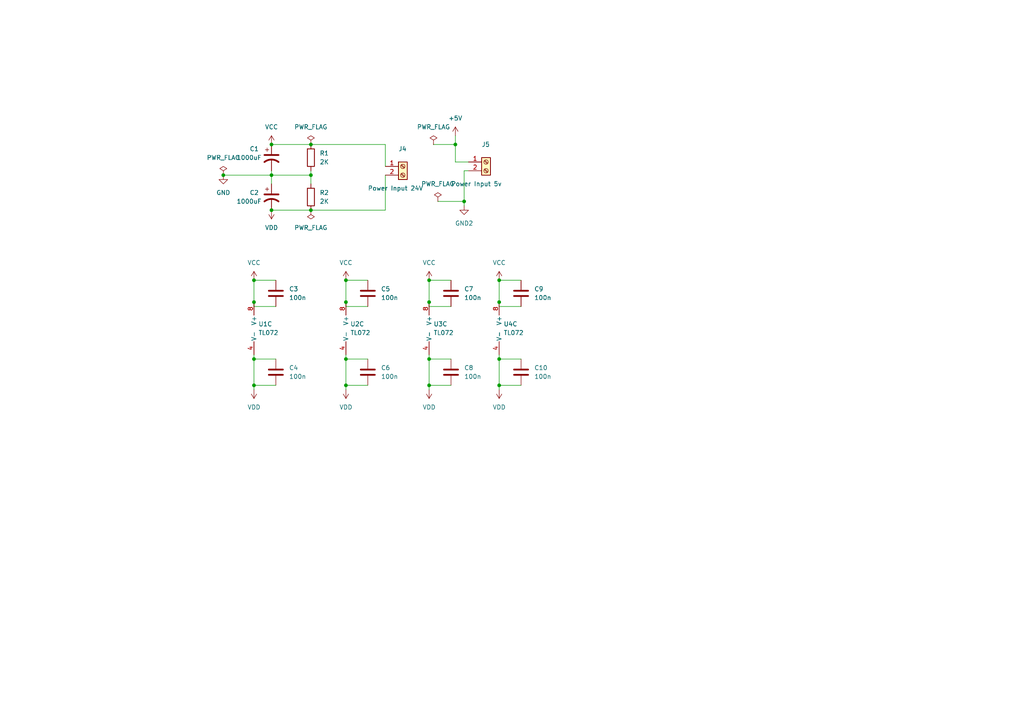
<source format=kicad_sch>
(kicad_sch (version 20211123) (generator eeschema)
  (paper "A4")
  (lib_symbols
    (symbol "Amplifier_Operational:TL072" (pin_names (offset 0.127))
      (property "Reference" "U" (at 0 5.08 0))
      (property "Value" "TL072" (at 0 -5.08 0))
      (symbol "TL072_1_1"
        (polyline (pts (xy -5.08 5.08) (xy 5.08 0) (xy -5.08 -5.08) (xy -5.08 5.08)) (stroke (width 0.254)) (fill (type background)))
        (pin output line (at 7.62 0 180) (length 2.54) (name "~") (number "1"))
        (pin input line (at -7.62 -2.54 0) (length 2.54) (name "-") (number "2"))
        (pin input line (at -7.62 2.54 0) (length 2.54) (name "+") (number "3"))
      )
      (symbol "TL072_2_1"
        (polyline (pts (xy -5.08 5.08) (xy 5.08 0) (xy -5.08 -5.08) (xy -5.08 5.08)) (stroke (width 0.254)) (fill (type background)))
        (pin input line (at -7.62 2.54 0) (length 2.54) (name "+") (number "5"))
        (pin input line (at -7.62 -2.54 0) (length 2.54) (name "-") (number "6"))
        (pin output line (at 7.62 0 180) (length 2.54) (name "~") (number "7"))
      )
      (symbol "TL072_3_1"
        (pin power_in line (at -2.54 -7.62 90) (length 3.81) (name "V-") (number "4"))
        (pin power_in line (at -2.54 7.62 270) (length 3.81) (name "V+") (number "8"))
      )
    )
    (symbol "Connector:Screw_Terminal_01x02" (pin_names (offset 1.016) hide)
      (property "Reference" "J" (at 0 2.54 0))
      (property "Value" "Screw_Terminal_01x02" (at 0 -5.08 0))
      (symbol "Screw_Terminal_01x02_1_1"
        (rectangle (start -1.27 1.27) (end 1.27 -3.81) (stroke (width 0.254)) (fill (type background)))
        (circle (center 0 -2.54) (radius 0.635) (stroke (width 0.1524)))
        (polyline (pts (xy -0.5334 -2.2098) (xy 0.3302 -3.048)) (stroke (width 0.1524)))
        (polyline (pts (xy -0.5334 0.3302) (xy 0.3302 -0.508)) (stroke (width 0.1524)))
        (polyline (pts (xy -0.3556 -2.032) (xy 0.508 -2.8702)) (stroke (width 0.1524)))
        (polyline (pts (xy -0.3556 0.508) (xy 0.508 -0.3302)) (stroke (width 0.1524)))
        (circle (center 0 0) (radius 0.635) (stroke (width 0.1524)))
        (pin passive line (at -5.08 0 0) (length 3.81) (name "Pin_1") (number "1"))
        (pin passive line (at -5.08 -2.54 0) (length 3.81) (name "Pin_2") (number "2"))
      )
    )
    (symbol "Device:C" (pin_numbers hide) (pin_names (offset 0.254))
      (property "Reference" "C" (at 0.635 2.54 0))
      (property "Value" "C" (at 0.635 -2.54 0))
      (symbol "C_0_1"
        (polyline (pts (xy -2.032 -0.762) (xy 2.032 -0.762)) (stroke (width 0.508)))
        (polyline (pts (xy -2.032 0.762) (xy 2.032 0.762)) (stroke (width 0.508)))
      )
      (symbol "C_1_1"
        (pin passive line (at 0 3.81 270) (length 2.794) (name "~") (number "1"))
        (pin passive line (at 0 -3.81 90) (length 2.794) (name "~") (number "2"))
      )
    )
    (symbol "Device:C_Polarized_US" (pin_numbers hide) (pin_names (offset 0.254) hide)
      (property "Reference" "C" (at 0.635 2.54 0))
      (property "Value" "C_Polarized_US" (at 0.635 -2.54 0))
      (symbol "C_Polarized_US_0_1"
        (polyline (pts (xy -2.032 0.762) (xy 2.032 0.762)) (stroke (width 0.508)))
        (polyline (pts (xy -1.778 2.286) (xy -0.762 2.286)))
        (polyline (pts (xy -1.27 1.778) (xy -1.27 2.794)))
        (arc (start 2.032 -1.27) (mid 0 -0.5572) (end -2.032 -1.27) (stroke (width 0.508)))
      )
      (symbol "C_Polarized_US_1_1"
        (pin passive line (at 0 3.81 270) (length 2.794) (name "~") (number "1"))
        (pin passive line (at 0 -3.81 90) (length 3.302) (name "~") (number "2"))
      )
    )
    (symbol "Device:R" (pin_numbers hide) (pin_names (offset 0))
      (property "Reference" "R" (at 2.032 0 90))
      (property "Value" "R" (at 0 0 90))
      (symbol "R_0_1"
        (rectangle (start -1.016 -2.54) (end 1.016 2.54) (stroke (width 0.254)))
      )
      (symbol "R_1_1"
        (pin passive line (at 0 3.81 270) (length 1.27) (name "~") (number "1"))
        (pin passive line (at 0 -3.81 90) (length 1.27) (name "~") (number "2"))
      )
    )
    (symbol "power:+5V" (power) (pin_names (offset 0))
      (property "Value" "+5V" (at 0 3.556 0))
      (symbol "+5V_0_1"
        (polyline (pts (xy -0.762 1.27) (xy 0 2.54)))
        (polyline (pts (xy 0 0) (xy 0 2.54)))
        (polyline (pts (xy 0 2.54) (xy 0.762 1.27)))
      )
      (symbol "+5V_1_1"
        (pin power_in line (at 0 0 90) (length 0) hide (name "+5V") (number "1"))
      )
    )
    (symbol "power:GND" (power) (pin_names (offset 0))
      (property "Value" "GND" (at 0 -3.81 0))
      (symbol "GND_0_1"
        (polyline (pts (xy 0 0) (xy 0 -1.27) (xy 1.27 -1.27) (xy 0 -2.54) (xy -1.27 -1.27) (xy 0 -1.27)))
      )
      (symbol "GND_1_1"
        (pin power_in line (at 0 0 270) (length 0) hide (name "GND") (number "1"))
      )
    )
    (symbol "power:GND2" (power) (pin_names (offset 0))
      (property "Value" "GND2" (at 0 -3.81 0))
      (symbol "GND2_0_1"
        (polyline (pts (xy 0 0) (xy 0 -1.27) (xy 1.27 -1.27) (xy 0 -2.54) (xy -1.27 -1.27) (xy 0 -1.27)))
      )
      (symbol "GND2_1_1"
        (pin power_in line (at 0 0 270) (length 0) hide (name "GND2") (number "1"))
      )
    )
    (symbol "power:PWR_FLAG" (power) (pin_numbers hide) (pin_names (offset 0) hide)
      (property "Value" "PWR_FLAG" (at 0 3.81 0))
      (symbol "PWR_FLAG_0_0"
        (pin power_out line (at 0 0 90) (length 0) (name "pwr") (number "1"))
      )
      (symbol "PWR_FLAG_0_1"
        (polyline (pts (xy 0 0) (xy 0 1.27) (xy -1.016 1.905) (xy 0 2.54) (xy 1.016 1.905) (xy 0 1.27)))
      )
    )
    (symbol "power:VCC" (power) (pin_names (offset 0))
      (property "Value" "VCC" (at 0 3.81 0))
      (symbol "VCC_0_1"
        (polyline (pts (xy -0.762 1.27) (xy 0 2.54)))
        (polyline (pts (xy 0 0) (xy 0 2.54)))
        (polyline (pts (xy 0 2.54) (xy 0.762 1.27)))
      )
      (symbol "VCC_1_1"
        (pin power_in line (at 0 0 90) (length 0) hide (name "VCC") (number "1"))
      )
    )
    (symbol "power:VDD" (power) (pin_names (offset 0))
      (property "Value" "VDD" (at 0 3.81 0))
      (symbol "VDD_0_1"
        (polyline (pts (xy -0.762 1.27) (xy 0 2.54)))
        (polyline (pts (xy 0 0) (xy 0 2.54)))
        (polyline (pts (xy 0 2.54) (xy 0.762 1.27)))
      )
      (symbol "VDD_1_1"
        (pin power_in line (at 0 0 90) (length 0) hide (name "VDD") (number "1"))
      )
    )
  )
  (junction (at 124.46 104.14))
  (junction (at 132.08 41.91))
  (junction (at 100.33 81.28))
  (junction (at 73.66 111.76))
  (junction (at 73.66 87.63))
  (junction (at 124.46 87.63))
  (junction (at 78.74 50.8))
  (junction (at 73.66 104.14))
  (junction (at 144.78 111.76))
  (junction (at 73.66 81.28))
  (junction (at 124.46 81.28))
  (junction (at 90.17 41.91))
  (junction (at 144.78 87.63))
  (junction (at 124.46 111.76))
  (junction (at 144.78 104.14))
  (junction (at 64.77 50.8))
  (junction (at 100.33 104.14))
  (junction (at 100.33 111.76))
  (junction (at 90.17 50.8))
  (junction (at 90.17 60.96))
  (junction (at 100.33 87.63))
  (junction (at 78.74 41.91))
  (junction (at 134.62 58.42))
  (junction (at 78.74 60.96))
  (junction (at 144.78 81.28))
  (wire (pts (xy 127 58.42) (xy 134.62 58.42)))
  (wire (pts (xy 144.78 81.28) (xy 144.78 87.63)))
  (wire (pts (xy 73.66 81.28) (xy 73.66 87.63)))
  (wire (pts (xy 111.76 50.8) (xy 111.76 60.96)))
  (wire (pts (xy 106.68 88.9) (xy 100.33 88.9)))
  (wire (pts (xy 80.01 88.9) (xy 73.66 88.9)))
  (wire (pts (xy 124.46 104.14) (xy 130.81 104.14)))
  (wire (pts (xy 100.33 81.28) (xy 106.68 81.28)))
  (wire (pts (xy 135.89 49.53) (xy 134.62 49.53)))
  (wire (pts (xy 73.66 87.63) (xy 73.66 88.9)))
  (wire (pts (xy 100.33 81.28) (xy 100.33 87.63)))
  (wire (pts (xy 73.66 104.14) (xy 80.01 104.14)))
  (wire (pts (xy 144.78 104.14) (xy 151.13 104.14)))
  (wire (pts (xy 73.66 104.14) (xy 73.66 102.87)))
  (wire (pts (xy 124.46 81.28) (xy 124.46 87.63)))
  (wire (pts (xy 100.33 87.63) (xy 100.33 88.9)))
  (wire (pts (xy 73.66 111.76) (xy 73.66 104.14)))
  (wire (pts (xy 144.78 111.76) (xy 151.13 111.76)))
  (wire (pts (xy 90.17 50.8) (xy 90.17 53.34)))
  (wire (pts (xy 78.74 50.8) (xy 90.17 50.8)))
  (wire (pts (xy 100.33 113.03) (xy 100.33 111.76)))
  (wire (pts (xy 100.33 104.14) (xy 100.33 102.87)))
  (wire (pts (xy 144.78 81.28) (xy 151.13 81.28)))
  (wire (pts (xy 78.74 41.91) (xy 90.17 41.91)))
  (wire (pts (xy 124.46 111.76) (xy 130.81 111.76)))
  (wire (pts (xy 78.74 49.53) (xy 78.74 50.8)))
  (wire (pts (xy 124.46 87.63) (xy 124.46 88.9)))
  (wire (pts (xy 132.08 41.91) (xy 132.08 46.99)))
  (wire (pts (xy 90.17 60.96) (xy 111.76 60.96)))
  (wire (pts (xy 144.78 111.76) (xy 144.78 104.14)))
  (wire (pts (xy 124.46 111.76) (xy 124.46 104.14)))
  (wire (pts (xy 124.46 81.28) (xy 130.81 81.28)))
  (wire (pts (xy 90.17 49.53) (xy 90.17 50.8)))
  (wire (pts (xy 144.78 113.03) (xy 144.78 111.76)))
  (wire (pts (xy 124.46 113.03) (xy 124.46 111.76)))
  (wire (pts (xy 100.33 111.76) (xy 106.68 111.76)))
  (wire (pts (xy 134.62 49.53) (xy 134.62 58.42)))
  (wire (pts (xy 73.66 113.03) (xy 73.66 111.76)))
  (wire (pts (xy 151.13 88.9) (xy 144.78 88.9)))
  (wire (pts (xy 134.62 58.42) (xy 134.62 59.69)))
  (wire (pts (xy 73.66 111.76) (xy 80.01 111.76)))
  (wire (pts (xy 100.33 104.14) (xy 106.68 104.14)))
  (wire (pts (xy 125.73 41.91) (xy 132.08 41.91)))
  (wire (pts (xy 90.17 41.91) (xy 111.76 41.91)))
  (wire (pts (xy 111.76 41.91) (xy 111.76 48.26)))
  (wire (pts (xy 130.81 88.9) (xy 124.46 88.9)))
  (wire (pts (xy 78.74 50.8) (xy 78.74 53.34)))
  (wire (pts (xy 144.78 87.63) (xy 144.78 88.9)))
  (wire (pts (xy 132.08 46.99) (xy 135.89 46.99)))
  (wire (pts (xy 124.46 104.14) (xy 124.46 102.87)))
  (wire (pts (xy 144.78 104.14) (xy 144.78 102.87)))
  (wire (pts (xy 100.33 111.76) (xy 100.33 104.14)))
  (wire (pts (xy 73.66 81.28) (xy 80.01 81.28)))
  (wire (pts (xy 78.74 60.96) (xy 90.17 60.96)))
  (wire (pts (xy 132.08 39.37) (xy 132.08 41.91)))
  (wire (pts (xy 64.77 50.8) (xy 78.74 50.8)))
  (symbol (lib_id "Amplifier_Operational:TL072") (at 127 95.25 0) (unit 3)
    (property "Reference" "U3" (at 125.73 93.9799 0) (effects (justify left)))
    (property "Value" "TL072" (at 125.73 96.5199 0) (effects (justify left)))
    (property "Datasheet" "http://www.ti.com/lit/ds/symlink/tl071.pdf" (effects hide))
  )
  (symbol (lib_id "power:VDD") (at 144.78 113.03 180) (unit 1)
    (property "Reference" "#PWR016" (effects hide))
    (property "Value" "VDD" (at 144.78 118.11 0))
  )
  (symbol (lib_id "power:VDD") (at 78.74 60.96 180) (unit 1)
    (property "Reference" "#PWR08" (effects hide))
    (property "Value" "VDD" (at 78.74 66.04 0))
  )
  (symbol (lib_id "power:GND") (at 64.77 50.8 0) (unit 1)
    (property "Reference" "#PWR04" (effects hide))
    (property "Value" "GND" (at 64.77 55.88 0))
  )
  (symbol (lib_id "power:VCC") (at 78.74 41.91 0) (unit 1)
    (property "Reference" "#PWR07" (effects hide))
    (property "Value" "VCC" (at 78.74 36.83 0))
  )
  (symbol (lib_id "Connector:Screw_Terminal_01x02") (at 116.84 48.26 0) (unit 1)
    (property "Reference" "J4" (at 115.57 43.18 0) (effects (justify left)))
    (property "Value" "Power Input 24V" (at 106.68 54.61 0) (effects (justify left)))
  )
  (symbol (lib_id "Device:C") (at 106.68 107.95 0) (unit 1)
    (property "Reference" "C6" (at 110.49 106.6799 0) (effects (justify left)))
    (property "Value" "100n" (at 110.49 109.2199 0) (effects (justify left)))
  )
  (symbol (lib_id "power:VDD") (at 100.33 113.03 180) (unit 1)
    (property "Reference" "#PWR010" (effects hide))
    (property "Value" "VDD" (at 100.33 118.11 0))
  )
  (symbol (lib_id "power:PWR_FLAG") (at 127 58.42 0) (unit 1)
    (property "Reference" "#FLG?" (effects hide))
    (property "Value" "PWR_FLAG" (at 127 53.34 0))
  )
  (symbol (lib_id "Device:C") (at 80.01 107.95 0) (unit 1)
    (property "Reference" "C4" (at 83.82 106.6799 0) (effects (justify left)))
    (property "Value" "100n" (at 83.82 109.2199 0) (effects (justify left)))
  )
  (symbol (lib_id "Device:C") (at 130.81 107.95 0) (unit 1)
    (property "Reference" "C8" (at 134.62 106.6799 0) (effects (justify left)))
    (property "Value" "100n" (at 134.62 109.2199 0) (effects (justify left)))
  )
  (symbol (lib_id "Device:C") (at 80.01 85.09 0) (unit 1)
    (property "Reference" "C3" (at 83.82 83.8199 0) (effects (justify left)))
    (property "Value" "100n" (at 83.82 86.3599 0) (effects (justify left)))
  )
  (symbol (lib_id "power:PWR_FLAG") (at 90.17 60.96 180) (unit 1)
    (property "Reference" "#FLG03" (effects hide))
    (property "Value" "PWR_FLAG" (at 90.17 66.04 0))
  )
  (symbol (lib_id "power:GND2") (at 134.62 59.69 0) (unit 1)
    (property "Reference" "#PWR014" (effects hide))
    (property "Value" "GND2" (at 134.62 64.77 0))
  )
  (symbol (lib_id "power:VCC") (at 144.78 81.28 0) (unit 1)
    (property "Reference" "#PWR015" (effects hide))
    (property "Value" "VCC" (at 144.78 76.2 0))
  )
  (symbol (lib_id "Device:C") (at 151.13 107.95 0) (unit 1)
    (property "Reference" "C10" (at 154.94 106.6799 0) (effects (justify left)))
    (property "Value" "100n" (at 154.94 109.2199 0) (effects (justify left)))
  )
  (symbol (lib_id "power:PWR_FLAG") (at 125.73 41.91 0) (unit 1)
    (property "Reference" "#FLG?" (effects hide))
    (property "Value" "PWR_FLAG" (at 125.73 36.83 0))
  )
  (symbol (lib_id "power:VDD") (at 124.46 113.03 180) (unit 1)
    (property "Reference" "#PWR012" (effects hide))
    (property "Value" "VDD" (at 124.46 118.11 0))
  )
  (symbol (lib_id "Device:C") (at 151.13 85.09 0) (unit 1)
    (property "Reference" "C9" (at 154.94 83.8199 0) (effects (justify left)))
    (property "Value" "100n" (at 154.94 86.3599 0) (effects (justify left)))
  )
  (symbol (lib_id "Device:C_Polarized_US") (at 78.74 57.15 0) (unit 1)
    (property "Reference" "C2" (at 72.39 55.88 0) (effects (justify left)))
    (property "Value" "1000uF" (at 68.58 58.42 0) (effects (justify left)))
  )
  (symbol (lib_id "power:VCC") (at 73.66 81.28 0) (unit 1)
    (property "Reference" "#PWR05" (effects hide))
    (property "Value" "VCC" (at 73.66 76.2 0))
  )
  (symbol (lib_id "power:PWR_FLAG") (at 64.77 50.8 0) (unit 1)
    (property "Reference" "#FLG01" (effects hide))
    (property "Value" "PWR_FLAG" (at 64.77 45.72 0))
  )
  (symbol (lib_id "Device:R") (at 90.17 57.15 180) (unit 1)
    (property "Reference" "R2" (at 92.71 55.8799 0) (effects (justify right)))
    (property "Value" "2K" (at 92.71 58.4199 0) (effects (justify right)))
  )
  (symbol (lib_id "power:VDD") (at 73.66 113.03 180) (unit 1)
    (property "Reference" "#PWR06" (effects hide))
    (property "Value" "VDD" (at 73.66 118.11 0))
  )
  (symbol (lib_id "power:PWR_FLAG") (at 90.17 41.91 0) (unit 1)
    (property "Reference" "#FLG02" (effects hide))
    (property "Value" "PWR_FLAG" (at 90.17 36.83 0))
  )
  (symbol (lib_id "Connector:Screw_Terminal_01x02") (at 140.97 46.99 0) (unit 1)
    (property "Reference" "J5" (at 139.7 41.91 0) (effects (justify left)))
    (property "Value" "Power Input 5v" (at 130.81 53.34 0) (effects (justify left)))
  )
  (symbol (lib_id "Amplifier_Operational:TL072") (at 102.87 95.25 0) (unit 3)
    (property "Reference" "U2" (at 101.6 93.9799 0) (effects (justify left)))
    (property "Value" "TL072" (at 101.6 96.5199 0) (effects (justify left)))
    (property "Datasheet" "http://www.ti.com/lit/ds/symlink/tl071.pdf" (effects hide))
  )
  (symbol (lib_id "power:+5V") (at 132.08 39.37 0) (unit 1)
    (property "Reference" "#PWR013" (effects hide))
    (property "Value" "+5V" (at 132.08 34.29 0))
  )
  (symbol (lib_id "Device:C") (at 130.81 85.09 0) (unit 1)
    (property "Reference" "C7" (at 134.62 83.8199 0) (effects (justify left)))
    (property "Value" "100n" (at 134.62 86.3599 0) (effects (justify left)))
  )
  (symbol (lib_id "power:VCC") (at 100.33 81.28 0) (unit 1)
    (property "Reference" "#PWR09" (effects hide))
    (property "Value" "VCC" (at 100.33 76.2 0))
  )
  (symbol (lib_id "Device:C_Polarized_US") (at 78.74 45.72 0) (unit 1)
    (property "Reference" "C1" (at 72.39 43.18 0) (effects (justify left)))
    (property "Value" "1000uF" (at 68.58 45.72 0) (effects (justify left)))
  )
  (symbol (lib_id "Device:R") (at 90.17 45.72 180) (unit 1)
    (property "Reference" "R1" (at 92.71 44.4499 0) (effects (justify right)))
    (property "Value" "2K" (at 92.71 46.9899 0) (effects (justify right)))
  )
  (symbol (lib_id "power:VCC") (at 124.46 81.28 0) (unit 1)
    (property "Reference" "#PWR011" (effects hide))
    (property "Value" "VCC" (at 124.46 76.2 0))
  )
  (symbol (lib_id "Amplifier_Operational:TL072") (at 76.2 95.25 0) (unit 3)
    (property "Reference" "U1" (at 74.93 93.9799 0) (effects (justify left)))
    (property "Value" "TL072" (at 74.93 96.5199 0) (effects (justify left)))
    (property "Datasheet" "http://www.ti.com/lit/ds/symlink/tl071.pdf" (effects hide))
  )
  (symbol (lib_id "Device:C") (at 106.68 85.09 0) (unit 1)
    (property "Reference" "C5" (at 110.49 83.8199 0) (effects (justify left)))
    (property "Value" "100n" (at 110.49 86.3599 0) (effects (justify left)))
  )
  (symbol (lib_id "Amplifier_Operational:TL072") (at 147.32 95.25 0) (unit 3)
    (property "Reference" "U4" (at 146.05 93.9799 0) (effects (justify left)))
    (property "Value" "TL072" (at 146.05 96.5199 0) (effects (justify left)))
    (property "Datasheet" "http://www.ti.com/lit/ds/symlink/tl071.pdf" (effects hide))
  )
)
</source>
